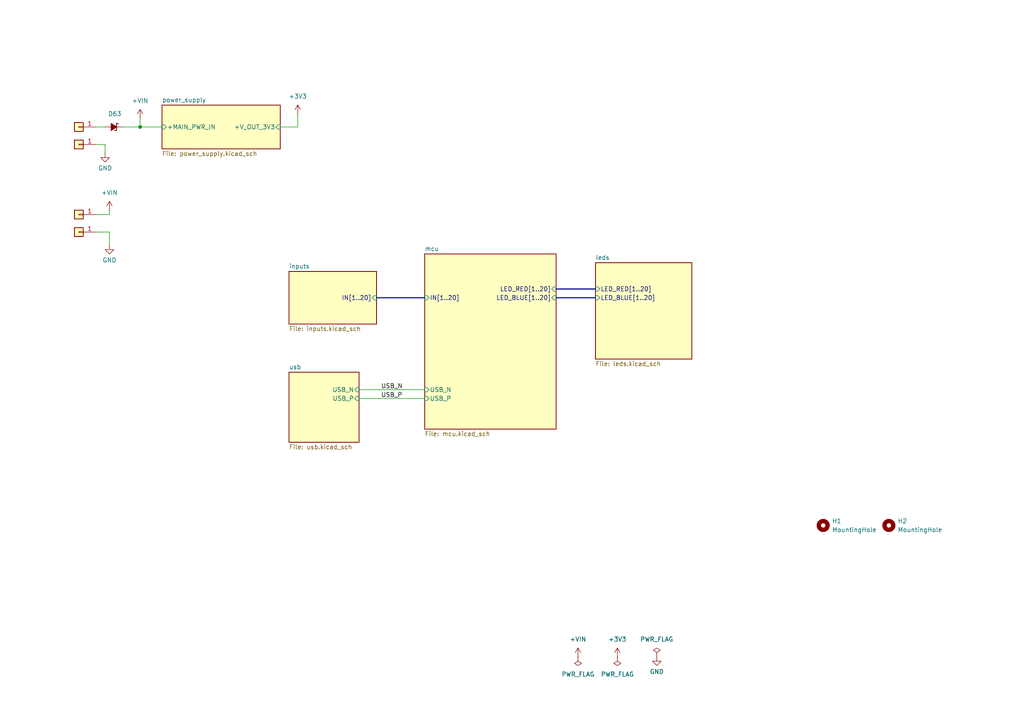
<source format=kicad_sch>
(kicad_sch (version 20250114) (generator "eeschema") (generator_version "9.0")
  (paper "A4")
  (title_block (title "Control Unit Tester") (date "2025-10-21") (rev "2"))
  (lib_symbols
    (symbol "Connector_Generic:Conn_01x01" (pin_names (offset 1.016) (hide yes))
      (property "Reference" "J" (at 0 2.54 0))
      (property "Value" "Conn_01x01" (at 0 -2.54 0))
      (symbol "Conn_01x01_1_1"
        (rectangle (start -1.27 1.27) (end 1.27 -1.27) (stroke (width 0.254)) (fill (type background)))
        (rectangle (start -1.27 0.127) (end 0 -0.127) (stroke (width 0.1524)))
        (pin passive line (at -5.08 0 0) (length 3.81) (name "Pin_1") (number "1"))
      )
    )
    (symbol "Mechanical:MountingHole" (pin_names (offset 1.016))
      (property "Reference" "H" (at 0 5.08 0))
      (property "Value" "MountingHole" (at 0 3.175 0))
      (symbol "MountingHole_0_1"
        (circle (center 0 0) (radius 1.27) (stroke (width 1.27)))
      )
    )
    (symbol "My_Libraries:+VIN" (power) (in_bom no) (on_board no)
      (property "Value" "+VIN" (at 0 3.81 0))
      (symbol "+VIN_0_1"
        (polyline (pts (xy 0 2.54) (xy -0.762 1.27)))
        (polyline (pts (xy 0 2.54) (xy 0.762 1.27)))
        (polyline (pts (xy 0 0) (xy 0 2.54)))
      )
      (symbol "+VIN_1_1"
        (pin power_in line (at 0 0 90) (length 0) (hide yes) (name "+VIN") (number "1"))
      )
    )
    (symbol "My_Libraries:D_TVS" (pin_numbers (hide yes)) (pin_names (hide yes))
      (property "Reference" "D" (at -2.54 5.08 0))
      (property "Value" "D_TVS" (at -2.54 2.54 0))
      (symbol "D_TVS_0_1"
        (polyline (pts (xy -1.2954 -1.016) (xy -0.7874 -1.016)) (stroke (width 0.254)))
        (polyline (pts (xy -0.254 1.016) (xy -0.762 1.016) (xy -0.762 -1.016)) (stroke (width 0.254)))
        (polyline (pts (xy 0.762 1.016) (xy -0.762 0) (xy 0.762 -1.016) (xy 0.762 1.016)) (stroke (width 0.254)) (fill (type outline)))
        (polyline (pts (xy 0.762 0) (xy -0.762 0)))
      )
      (symbol "D_TVS_1_1"
        (pin passive line (at -2.54 0 0) (length 1.778) (name "K") (number "1"))
        (pin passive line (at 2.54 0 180) (length 1.778) (name "A") (number "2"))
      )
    )
    (symbol "power:+3V3" (power) (pin_numbers (hide yes)) (pin_names (offset 0) (hide yes))
      (property "Value" "+3V3" (at 0 3.556 0))
      (symbol "+3V3_0_1"
        (polyline (pts (xy -0.762 1.27) (xy 0 2.54)))
        (polyline (pts (xy 0 2.54) (xy 0.762 1.27)))
        (polyline (pts (xy 0 0) (xy 0 2.54)))
      )
      (symbol "+3V3_1_1"
        (pin power_in line (at 0 0 90) (length 0) (name "~") (number "1"))
      )
    )
    (symbol "power:GND" (power) (pin_numbers (hide yes)) (pin_names (offset 0) (hide yes))
      (property "Value" "GND" (at 0 -3.81 0))
      (symbol "GND_0_1"
        (polyline (pts (xy 0 0) (xy 0 -1.27) (xy 1.27 -1.27) (xy 0 -2.54) (xy -1.27 -1.27) (xy 0 -1.27)))
      )
      (symbol "GND_1_1"
        (pin power_in line (at 0 0 270) (length 0) (name "~") (number "1"))
      )
    )
    (symbol "power:PWR_FLAG" (power) (pin_numbers (hide yes)) (pin_names (offset 0) (hide yes))
      (property "Value" "PWR_FLAG" (at 0 3.81 0))
      (symbol "PWR_FLAG_0_0"
        (pin power_out line (at 0 0 90) (length 0) (name "~") (number "1"))
      )
      (symbol "PWR_FLAG_0_1"
        (polyline (pts (xy 0 0) (xy 0 1.27) (xy -1.016 1.905) (xy 0 2.54) (xy 1.016 1.905) (xy 0 1.27)))
      )
    )
  )
  (junction (at 40.64 36.83))
  (wire (pts (xy 27.94 67.31) (xy 31.75 67.31)))
  (wire (pts (xy 86.36 36.83) (xy 86.36 33.02)))
  (wire (pts (xy 104.14 113.03) (xy 123.19 113.03)))
  (bus (pts (xy 161.29 86.36) (xy 172.72 86.36)))
  (wire (pts (xy 31.75 60.96) (xy 31.75 62.23)))
  (wire (pts (xy 40.64 36.83) (xy 40.64 34.29)))
  (wire (pts (xy 30.48 44.45) (xy 30.48 41.91)))
  (wire (pts (xy 31.75 62.23) (xy 27.94 62.23)))
  (wire (pts (xy 104.14 115.57) (xy 123.19 115.57)))
  (wire (pts (xy 27.94 36.83) (xy 30.48 36.83)))
  (bus (pts (xy 109.22 86.36) (xy 123.19 86.36)))
  (wire (pts (xy 81.28 36.83) (xy 86.36 36.83)))
  (wire (pts (xy 30.48 41.91) (xy 27.94 41.91)))
  (wire (pts (xy 46.99 36.83) (xy 40.64 36.83)))
  (wire (pts (xy 35.56 36.83) (xy 40.64 36.83)))
  (bus (pts (xy 161.29 83.82) (xy 172.72 83.82)))
  (wire (pts (xy 31.75 67.31) (xy 31.75 71.12)))
  (label "USB_N" (at 110.49 113.03 0))
  (label "USB_P" (at 110.49 115.57 0))
  (symbol (lib_id "power:+3V3") (at 86.36 33.02 0) (unit 1)
    (property "Reference" "#PWR012" (effects (hide yes)))
    (property "Value" "+3V3" (at 86.36 27.94 0))
    (property "Description" "Power symbol creates a global label with name \"+3V3\"" (effects (hide yes)))
  )
  (symbol (lib_id "My_Libraries:D_TVS") (at 33.02 36.83 180) (unit 1)
    (property "Reference" "D63" (at 33.2867 33.02 0))
    (property "Value" "SMAJ40CAe3/TR13" (effects (hide yes)))
    (property "Footprint" "Diode_SMD:D_SMA" (effects (hide yes)))
  )
  (symbol (lib_id "Mechanical:MountingHole") (at 257.81 152.4 0) (unit 1) (in_bom no)
    (property "Reference" "H2" (at 260.35 151.1299 0) (effects (justify left)))
    (property "Value" "MountingHole" (at 260.35 153.6699 0) (effects (justify left)))
    (property "Footprint" "MountingHole:MountingHole_4.3mm_M4_DIN965" (effects (hide yes)))
  )
  (symbol (lib_id "power:PWR_FLAG") (at 167.64 190.5 180) (unit 1)
    (property "Reference" "#FLG03" (effects (hide yes)))
    (property "Value" "PWR_FLAG" (at 167.64 195.58 0))
    (property "Description" "Special symbol for telling ERC where power comes from" (effects (hide yes)))
  )
  (symbol (lib_id "power:+3V3") (at 179.07 190.5 0) (unit 1)
    (property "Reference" "#PWR0116" (effects (hide yes)))
    (property "Value" "+3V3" (at 179.07 185.42 0))
    (property "Description" "Power symbol creates a global label with name \"+3V3\"" (effects (hide yes)))
  )
  (symbol (lib_id "power:GND") (at 31.75 71.12 0) (unit 1)
    (property "Reference" "#PWR0160" (effects (hide yes)))
    (property "Value" "GND" (at 31.75 75.438 0))
    (property "Description" "Power symbol creates a global label with name \"GND\" , ground" (effects (hide yes)))
  )
  (symbol (lib_id "Connector_Generic:Conn_01x01") (at 22.86 36.83 180) (unit 1) (in_bom no)
    (property "Reference" "J21" (effects (hide yes)))
    (property "Value" "Conn_01x01" (effects (hide yes)))
    (property "Footprint" "My_Footprints:Simple_hole_pad_3x1.5" (effects (hide yes)))
    (property "Description" "Generic connector, single row, 01x01, script generated (kicad-library-utils/schlib/autogen/connector/)" (effects (hide yes)))
  )
  (symbol (lib_id "Connector_Generic:Conn_01x01") (at 22.86 62.23 180) (unit 1) (in_bom no)
    (property "Reference" "J25" (effects (hide yes)))
    (property "Value" "Conn_01x01" (effects (hide yes)))
    (property "Footprint" "My_Footprints:Simple_hole_pad_3x1.5" (effects (hide yes)))
    (property "Description" "Generic connector, single row, 01x01, script generated (kicad-library-utils/schlib/autogen/connector/)" (effects (hide yes)))
  )
  (symbol (lib_id "power:PWR_FLAG") (at 190.5 190.5 0) (unit 1)
    (property "Reference" "#FLG01" (effects (hide yes)))
    (property "Value" "PWR_FLAG" (at 190.5 185.42 0))
    (property "Description" "Special symbol for telling ERC where power comes from" (effects (hide yes)))
  )
  (symbol (lib_id "power:GND") (at 190.5 190.5 0) (unit 1)
    (property "Reference" "#PWR02" (effects (hide yes)))
    (property "Value" "GND" (at 190.5 194.818 0))
    (property "Description" "Power symbol creates a global label with name \"GND\" , ground" (effects (hide yes)))
  )
  (symbol (lib_id "power:PWR_FLAG") (at 179.07 190.5 180) (unit 1)
    (property "Reference" "#FLG02" (effects (hide yes)))
    (property "Value" "PWR_FLAG" (at 179.07 195.58 0))
    (property "Description" "Special symbol for telling ERC where power comes from" (effects (hide yes)))
  )
  (symbol (lib_id "Mechanical:MountingHole") (at 238.76 152.4 0) (unit 1) (in_bom no)
    (property "Reference" "H1" (at 241.3 151.1299 0) (effects (justify left)))
    (property "Value" "MountingHole" (at 241.3 153.6699 0) (effects (justify left)))
    (property "Footprint" "MountingHole:MountingHole_4.3mm_M4_DIN965" (effects (hide yes)))
  )
  (symbol (lib_id "Connector_Generic:Conn_01x01") (at 22.86 41.91 180) (unit 1) (in_bom no)
    (property "Reference" "J23" (effects (hide yes)))
    (property "Value" "Conn_01x01" (effects (hide yes)))
    (property "Footprint" "My_Footprints:Simple_hole_pad_3x1.5" (effects (hide yes)))
    (property "Description" "Generic connector, single row, 01x01, script generated (kicad-library-utils/schlib/autogen/connector/)" (effects (hide yes)))
  )
  (symbol (lib_id "My_Libraries:+VIN") (at 167.64 190.5 0) (unit 1) (in_bom no) (on_board no)
    (property "Reference" "#PWR0125" (effects (hide yes)))
    (property "Value" "+VIN" (at 167.64 185.42 0))
  )
  (symbol (lib_id "My_Libraries:+VIN") (at 40.64 34.29 0) (unit 1) (in_bom no) (on_board no)
    (property "Reference" "#PWR0121" (effects (hide yes)))
    (property "Value" "+VIN" (at 40.64 29.21 0))
  )
  (symbol (lib_id "My_Libraries:+VIN") (at 31.75 60.96 0) (unit 1) (in_bom no) (on_board no)
    (property "Reference" "#PWR0159" (effects (hide yes)))
    (property "Value" "+VIN" (at 31.75 55.88 0))
  )
  (symbol (lib_id "Connector_Generic:Conn_01x01") (at 22.86 67.31 180) (unit 1) (in_bom no)
    (property "Reference" "J26" (effects (hide yes)))
    (property "Value" "Conn_01x01" (effects (hide yes)))
    (property "Footprint" "My_Footprints:Simple_hole_pad_3x1.5" (effects (hide yes)))
    (property "Description" "Generic connector, single row, 01x01, script generated (kicad-library-utils/schlib/autogen/connector/)" (effects (hide yes)))
  )
  (symbol (lib_id "power:GND") (at 30.48 44.45 0) (unit 1)
    (property "Reference" "#PWR0122" (effects (hide yes)))
    (property "Value" "GND" (at 30.48 48.768 0))
    (property "Description" "Power symbol creates a global label with name \"GND\" , ground" (effects (hide yes)))
  )
  (sheet (at 123.19 73.66) (size 38.1 50.8) (stroke (width 0.254)) (fill (color 255 255 194 1.0000))
    (property "Sheetname" "mcu" (at 123.19 72.8976 0) (effects (justify left bottom)))
    (property "Sheetfile" "mcu.kicad_sch" (at 123.19 125.0954 0) (effects (justify left top)))
    (pin "IN[1..20]" input (at 123.19 86.36 180))
    (pin "LED_BLUE[1..20]" input (at 161.29 86.36 0))
    (pin "LED_RED[1..20]" input (at 161.29 83.82 0))
    (pin "USB_N" input (at 123.19 113.03 180))
    (pin "USB_P" input (at 123.19 115.57 180))
  )
  (sheet (at 46.99 30.48) (size 34.29 12.7) (stroke (width 0.254)) (fill (color 255 255 194 1.0000))
    (property "Sheetname" "power_supply" (at 46.99 29.7176 0) (effects (justify left bottom)))
    (property "Sheetfile" "power_supply.kicad_sch" (at 46.99 43.8154 0) (effects (justify left top)))
    (pin "+MAIN_PWR_IN" input (at 46.99 36.83 180))
    (pin "+V_OUT_3V3" input (at 81.28 36.83 0))
  )
  (sheet (at 172.72 76.2) (size 27.94 27.94) (stroke (width 0.254)) (fill (color 255 255 194 1.0000))
    (property "Sheetname" "leds" (at 172.72 75.4376 0) (effects (justify left bottom)))
    (property "Sheetfile" "leds.kicad_sch" (at 172.72 104.7754 0) (effects (justify left top)))
    (pin "LED_BLUE[1..20]" input (at 172.72 86.36 180))
    (pin "LED_RED[1..20]" input (at 172.72 83.82 180))
  )
  (sheet (at 83.82 107.95) (size 20.32 20.32) (stroke (width 0.254)) (fill (color 255 255 194 1.0000))
    (property "Sheetname" "usb" (at 83.82 107.1876 0) (effects (justify left bottom)))
    (property "Sheetfile" "usb.kicad_sch" (at 83.82 128.9054 0) (effects (justify left top)))
    (pin "USB_N" input (at 104.14 113.03 0))
    (pin "USB_P" input (at 104.14 115.57 0))
  )
  (sheet (at 83.82 78.74) (size 25.4 15.24) (stroke (width 0.254)) (fill (color 255 255 194 1.0000))
    (property "Sheetname" "inputs" (at 83.82 77.9776 0) (effects (justify left bottom)))
    (property "Sheetfile" "inputs.kicad_sch" (at 83.82 94.6154 0) (effects (justify left top)))
    (pin "IN[1..20]" input (at 109.22 86.36 0))
  )
)
</source>
